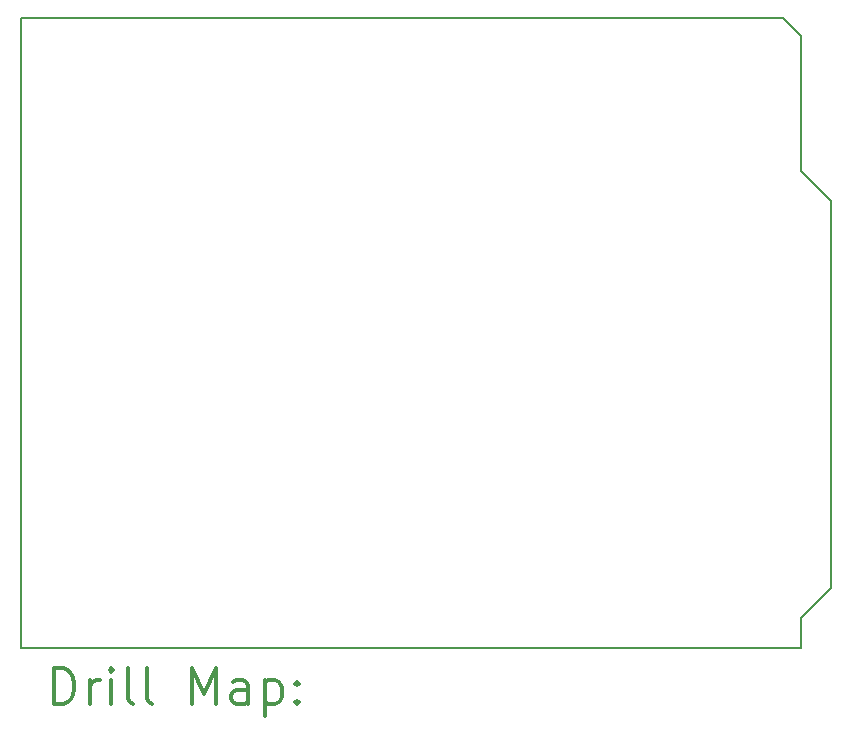
<source format=gbr>
%FSLAX45Y45*%
G04 Gerber Fmt 4.5, Leading zero omitted, Abs format (unit mm)*
G04 Created by KiCad (PCBNEW (5.1.2)-2) date 2021-03-05 11:54:55*
%MOMM*%
%LPD*%
G04 APERTURE LIST*
%ADD10C,0.150000*%
%ADD11C,0.200000*%
%ADD12C,0.300000*%
G04 APERTURE END LIST*
D10*
X17703800Y-7454900D02*
X17551400Y-7302500D01*
X17703800Y-8597900D02*
X17703800Y-7454900D01*
X17957800Y-8851900D02*
X17703800Y-8597900D01*
X17957800Y-12128500D02*
X17957800Y-8851900D01*
X17703800Y-12382500D02*
X17957800Y-12128500D01*
X17703800Y-12636500D02*
X17703800Y-12382500D01*
X11099800Y-12636500D02*
X17703800Y-12636500D01*
X11099800Y-7302500D02*
X11099800Y-12636500D01*
X17551400Y-7302500D02*
X11099800Y-7302500D01*
D11*
D12*
X11378728Y-13109714D02*
X11378728Y-12809714D01*
X11450157Y-12809714D01*
X11493014Y-12824000D01*
X11521586Y-12852571D01*
X11535871Y-12881143D01*
X11550157Y-12938286D01*
X11550157Y-12981143D01*
X11535871Y-13038286D01*
X11521586Y-13066857D01*
X11493014Y-13095429D01*
X11450157Y-13109714D01*
X11378728Y-13109714D01*
X11678728Y-13109714D02*
X11678728Y-12909714D01*
X11678728Y-12966857D02*
X11693014Y-12938286D01*
X11707300Y-12924000D01*
X11735871Y-12909714D01*
X11764443Y-12909714D01*
X11864443Y-13109714D02*
X11864443Y-12909714D01*
X11864443Y-12809714D02*
X11850157Y-12824000D01*
X11864443Y-12838286D01*
X11878728Y-12824000D01*
X11864443Y-12809714D01*
X11864443Y-12838286D01*
X12050157Y-13109714D02*
X12021586Y-13095429D01*
X12007300Y-13066857D01*
X12007300Y-12809714D01*
X12207300Y-13109714D02*
X12178728Y-13095429D01*
X12164443Y-13066857D01*
X12164443Y-12809714D01*
X12550157Y-13109714D02*
X12550157Y-12809714D01*
X12650157Y-13024000D01*
X12750157Y-12809714D01*
X12750157Y-13109714D01*
X13021586Y-13109714D02*
X13021586Y-12952571D01*
X13007300Y-12924000D01*
X12978728Y-12909714D01*
X12921586Y-12909714D01*
X12893014Y-12924000D01*
X13021586Y-13095429D02*
X12993014Y-13109714D01*
X12921586Y-13109714D01*
X12893014Y-13095429D01*
X12878728Y-13066857D01*
X12878728Y-13038286D01*
X12893014Y-13009714D01*
X12921586Y-12995429D01*
X12993014Y-12995429D01*
X13021586Y-12981143D01*
X13164443Y-12909714D02*
X13164443Y-13209714D01*
X13164443Y-12924000D02*
X13193014Y-12909714D01*
X13250157Y-12909714D01*
X13278728Y-12924000D01*
X13293014Y-12938286D01*
X13307300Y-12966857D01*
X13307300Y-13052571D01*
X13293014Y-13081143D01*
X13278728Y-13095429D01*
X13250157Y-13109714D01*
X13193014Y-13109714D01*
X13164443Y-13095429D01*
X13435871Y-13081143D02*
X13450157Y-13095429D01*
X13435871Y-13109714D01*
X13421586Y-13095429D01*
X13435871Y-13081143D01*
X13435871Y-13109714D01*
X13435871Y-12924000D02*
X13450157Y-12938286D01*
X13435871Y-12952571D01*
X13421586Y-12938286D01*
X13435871Y-12924000D01*
X13435871Y-12952571D01*
M02*

</source>
